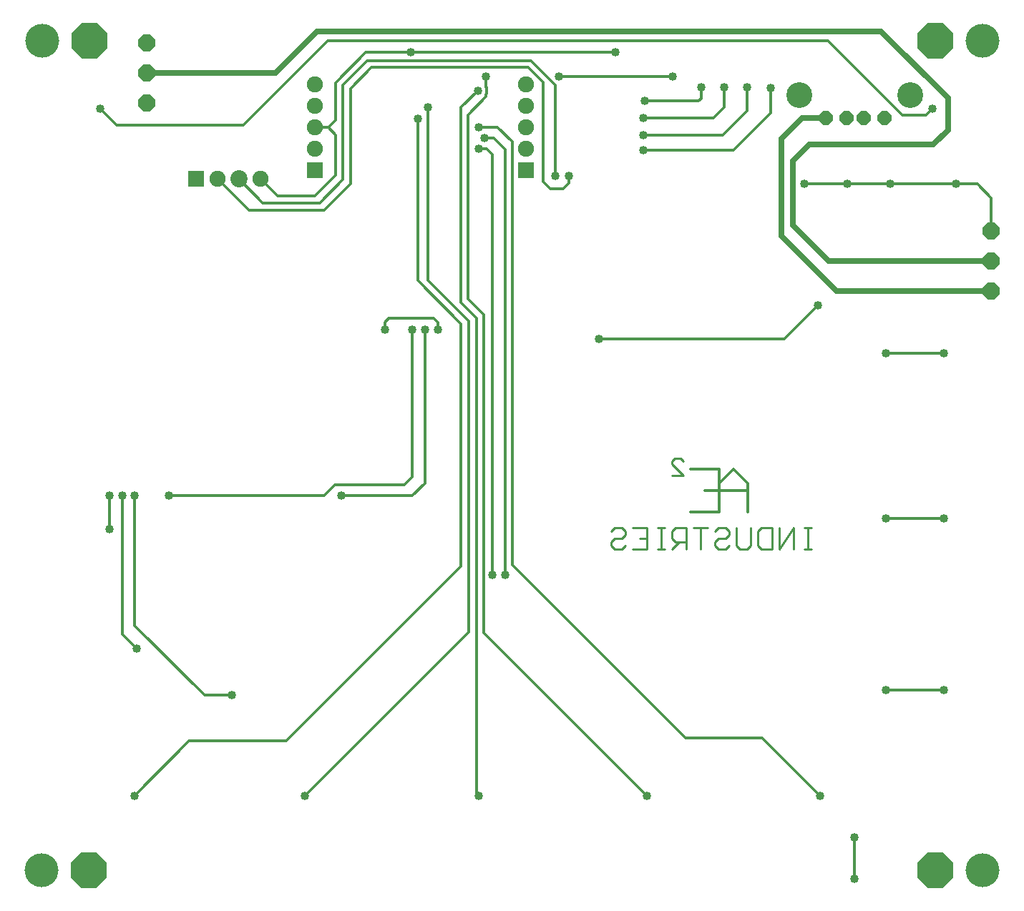
<source format=gbl>
G04 Layer_Physical_Order=2*
G04 Layer_Color=16711680*
%FSLAX42Y42*%
%MOMM*%
G71*
G01*
G75*
%ADD19C,0.38*%
%ADD20P,2.16X8X292.5*%
%ADD21C,1.91*%
%ADD22R,1.91X1.91*%
%ADD23C,2.03*%
%ADD24P,1.79X8X292.5*%
%ADD25C,3.05*%
%ADD26R,1.91X1.91*%
%ADD27P,4.55X8X22.5*%
%ADD28C,4.00*%
%ADD29C,1.02*%
%ADD30C,0.64*%
%ADD31C,0.25*%
D19*
X14053Y2891D02*
X14055Y2889D01*
X14053Y2891D02*
Y3376D01*
X10558Y12391D02*
X11904D01*
X14899Y11934D02*
X14975Y12010D01*
X14617Y11934D02*
X14899D01*
X13743Y12807D02*
X14617Y11934D01*
X9008Y9975D02*
Y12020D01*
X14421Y7153D02*
X15115D01*
X8884Y9973D02*
Y11888D01*
X7827Y11784D02*
X7914Y11697D01*
Y11217D02*
Y11697D01*
X7670Y10973D02*
X7914Y11217D01*
Y11870D02*
Y12315D01*
X7827Y11784D02*
X7914Y11870D01*
Y12315D02*
X8274Y12675D01*
X9605Y11532D02*
X9701D01*
X9770Y11463D01*
Y6488D02*
Y11463D01*
X5539Y5888D02*
X6367Y5060D01*
X5389Y5787D02*
Y7423D01*
Y5787D02*
X5559Y5617D01*
X9923Y6488D02*
Y11527D01*
X9788Y11662D02*
X9923Y11527D01*
X9610Y11789D02*
X9831D01*
X5239Y7024D02*
Y7423D01*
X5539Y5888D02*
Y7423D01*
X13220Y9277D02*
X13618Y9675D01*
X11033Y9277D02*
X13220D01*
X8970Y7572D02*
Y9388D01*
X15115Y9086D02*
Y9109D01*
X14421Y9112D02*
X15089D01*
X9123Y9388D02*
Y9475D01*
X9074Y9523D02*
X9123Y9475D01*
X8544Y9523D02*
X9074D01*
X8498Y9477D02*
X8544Y9523D01*
X8498Y9388D02*
Y9477D01*
X8818Y7649D02*
Y9388D01*
X14421Y5121D02*
X15115D01*
X7672Y11784D02*
X7827D01*
X7227Y10973D02*
X7670D01*
X7025Y11175D02*
X7227Y10973D01*
X10673Y11122D02*
Y11211D01*
X5533Y3870D02*
X6181Y4519D01*
X12958Y4555D02*
X13643Y3870D01*
X7982Y7425D02*
X8823D01*
X8970Y7572D01*
X8274Y12675D02*
X8803D01*
X6821Y11812D02*
X7817Y12807D01*
X10510Y11212D02*
Y12287D01*
X13462Y11113D02*
X13970D01*
X14476D01*
X9674Y11662D02*
X9788D01*
X9397Y12020D02*
X9598Y12221D01*
X9397Y9709D02*
Y12020D01*
X9478Y9757D02*
Y11931D01*
X9694Y12147D01*
Y12177D01*
X9697Y12180D01*
Y12262D01*
X9694Y12264D02*
X9697Y12262D01*
X9694Y12264D02*
Y12391D01*
X9831Y11789D02*
X10007Y11614D01*
Y6602D02*
Y11614D01*
Y6602D02*
X12054Y4555D01*
X12958D01*
X6367Y5060D02*
X6684D01*
X5940Y7425D02*
X7779D01*
X8884Y9973D02*
X9400Y9457D01*
X9008Y9975D02*
X9488Y9495D01*
X9582Y3892D02*
X9604Y3870D01*
X9582Y3892D02*
Y9523D01*
X9397Y9709D02*
X9582Y9523D01*
X9671Y5797D02*
X11598Y3870D01*
X9671Y5797D02*
Y9564D01*
X9478Y9757D02*
X9671Y9564D01*
X10225Y12571D02*
X10510Y12287D01*
X8340Y12495D02*
X10192D01*
X8290Y12571D02*
X10225D01*
X8089Y12243D02*
X8340Y12495D01*
X8003Y12284D02*
X8290Y12571D01*
X8089Y11113D02*
Y12243D01*
X8003Y11164D02*
Y12284D01*
X6517Y11175D02*
X6892Y10801D01*
X7776D01*
X8089Y11113D01*
X6771Y11173D02*
X7054Y10890D01*
X7728D01*
X8003Y11164D01*
X7779Y7425D02*
X7909Y7555D01*
X8724D01*
X8818Y7649D01*
X6181Y4519D02*
X7332D01*
X9400Y6587D01*
Y9457D01*
X7554Y3870D02*
X9488Y5805D01*
Y9495D01*
X10192Y12495D02*
X10367Y12320D01*
X10609Y11057D02*
X10673Y11122D01*
X10367Y11144D02*
Y12320D01*
Y11144D02*
X10454Y11057D01*
X10609D01*
X8803Y12675D02*
X11228D01*
X11551Y11512D02*
X12618D01*
X11551Y11690D02*
X12498D01*
X11576Y12096D02*
X12211D01*
X12237Y12122D01*
Y12256D01*
X12510Y12021D02*
Y12256D01*
X12382Y11893D02*
X12510Y12021D01*
X11551Y11893D02*
X12382D01*
X12785Y11977D02*
Y12259D01*
X12498Y11690D02*
X12785Y11977D01*
X13060Y11954D02*
Y12252D01*
X12618Y11512D02*
X13060Y11954D01*
X5325Y11812D02*
X6821D01*
X5126Y12010D02*
X5325Y11812D01*
X14476Y11113D02*
X15252D01*
X7817Y12807D02*
X13743D01*
X15668Y10557D02*
Y10951D01*
X15506Y11113D02*
X15668Y10951D01*
X15252Y11113D02*
X15506D01*
X15089Y9112D02*
X15115Y9086D01*
X12117Y7230D02*
X12455D01*
Y7737D01*
X12117D01*
X12455Y7484D02*
X12286D01*
X12455Y7229D02*
Y7568D01*
X12624Y7737D01*
X12794Y7568D01*
Y7229D01*
Y7483D01*
X12455D01*
D20*
X15668Y10201D02*
D03*
Y9846D02*
D03*
Y10557D02*
D03*
X5678Y12431D02*
D03*
Y12076D02*
D03*
Y12787D02*
D03*
D21*
X7025Y11175D02*
D03*
X6517D02*
D03*
X10164Y11532D02*
D03*
Y11786D02*
D03*
Y12040D02*
D03*
Y12294D02*
D03*
X7672Y11530D02*
D03*
Y11784D02*
D03*
Y12038D02*
D03*
Y12292D02*
D03*
D22*
X6263Y11173D02*
D03*
D23*
X6771D02*
D03*
D24*
X14410Y11898D02*
D03*
X13710D02*
D03*
X14160D02*
D03*
X13960D02*
D03*
D25*
X13403Y12169D02*
D03*
X14717D02*
D03*
D26*
X10164Y11278D02*
D03*
X7672Y11276D02*
D03*
D27*
X4999Y12812D02*
D03*
X4992Y2991D02*
D03*
X15009Y2991D02*
D03*
Y12812D02*
D03*
D28*
X4439Y12813D02*
D03*
X4432Y2990D02*
D03*
X15569Y2990D02*
D03*
Y12813D02*
D03*
D29*
X14053Y3376D02*
D03*
X10558Y12391D02*
D03*
X11904D02*
D03*
X14975Y12010D02*
D03*
X9008Y12020D02*
D03*
X15115Y7153D02*
D03*
X8884Y11888D02*
D03*
X9598Y12221D02*
D03*
X9694Y12391D02*
D03*
X9605Y11532D02*
D03*
X14055Y2889D02*
D03*
X9610Y11789D02*
D03*
X5389Y7423D02*
D03*
X5239Y7024D02*
D03*
Y7423D02*
D03*
X5539D02*
D03*
X9770Y6488D02*
D03*
X9923D02*
D03*
X11033Y9277D02*
D03*
X13618Y9675D02*
D03*
X8970Y9388D02*
D03*
X15115Y9109D02*
D03*
X14421Y9112D02*
D03*
X8498Y9388D02*
D03*
X8818D02*
D03*
X9123D02*
D03*
X14421Y7153D02*
D03*
Y5121D02*
D03*
X15115D02*
D03*
X5126Y12010D02*
D03*
X8803Y12675D02*
D03*
X10510Y11212D02*
D03*
X13643Y3870D02*
D03*
X11598D02*
D03*
X9604D02*
D03*
X7554D02*
D03*
X5533D02*
D03*
X6684Y5060D02*
D03*
X10673Y11211D02*
D03*
X7982Y7425D02*
D03*
X5940D02*
D03*
X5559Y5617D02*
D03*
X11228Y12675D02*
D03*
X13462Y11113D02*
D03*
X13970D02*
D03*
X14476D02*
D03*
X9674Y11662D02*
D03*
X11551Y11512D02*
D03*
Y11690D02*
D03*
Y11893D02*
D03*
X11576Y12096D02*
D03*
X12237Y12256D02*
D03*
X12510D02*
D03*
X12785Y12259D02*
D03*
X13060Y12252D02*
D03*
X15252Y11113D02*
D03*
D30*
X5678Y12431D02*
X7202D01*
X7695Y12924D01*
X14370D01*
X15158Y12137D01*
Y11753D02*
Y12137D01*
X13326Y10625D02*
X13751Y10201D01*
X15668D01*
X13839Y9846D02*
X15668D01*
X13187Y10498D02*
X13839Y9846D01*
X13187Y10498D02*
Y11654D01*
X13431Y11898D01*
X13710D01*
X13326Y10625D02*
Y11387D01*
X13522Y11583D01*
X14988D01*
X15158Y11753D01*
D31*
X11893Y7664D02*
X12028D01*
X11893Y7799D01*
Y7833D01*
X11927Y7867D01*
X11995D01*
X12028Y7833D01*
X13547Y7047D02*
X13463D01*
X13505D01*
Y6793D01*
X13547D01*
X13463D01*
X13336D02*
Y7047D01*
X13166Y6793D01*
Y7047D01*
X13082D02*
Y6793D01*
X12955D01*
X12913Y6835D01*
Y7004D01*
X12955Y7047D01*
X13082D01*
X12828D02*
Y6835D01*
X12786Y6793D01*
X12701D01*
X12659Y6835D01*
Y7047D01*
X12405Y7004D02*
X12447Y7047D01*
X12532D01*
X12574Y7004D01*
Y6962D01*
X12532Y6920D01*
X12447D01*
X12405Y6877D01*
Y6835D01*
X12447Y6793D01*
X12532D01*
X12574Y6835D01*
X12320Y7047D02*
X12151D01*
X12235D01*
Y6793D01*
X12066D02*
Y7047D01*
X11939D01*
X11897Y7004D01*
Y6920D01*
X11939Y6877D01*
X12066D01*
X11982D02*
X11897Y6793D01*
X11812Y7047D02*
X11728D01*
X11770D01*
Y6793D01*
X11812D01*
X11728D01*
X11431Y7047D02*
X11601D01*
Y6793D01*
X11431D01*
X11601Y6920D02*
X11516D01*
X11177Y7004D02*
X11220Y7047D01*
X11304D01*
X11347Y7004D01*
Y6962D01*
X11304Y6920D01*
X11220D01*
X11177Y6877D01*
Y6835D01*
X11220Y6793D01*
X11304D01*
X11347Y6835D01*
M02*

</source>
